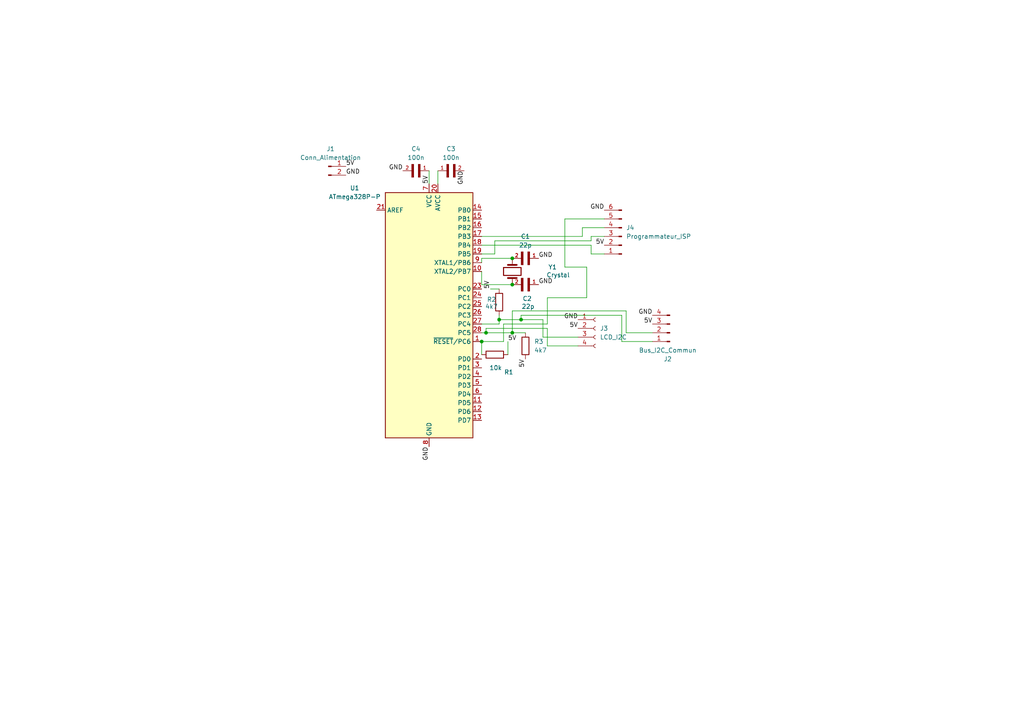
<source format=kicad_sch>
(kicad_sch (version 20250114) (generator "eeschema") (generator_version "9.0")
  (paper "A4")
  (lib_symbols
    (symbol "C0805F104K5RACTU:C0805F104K5RACTU" (pin_names (offset 1.016))
      (property "Reference" "C" (at 0 3.81 0))
      (property "Value" "C0805F104K5RACTU" (at 0 -5.08 0))
      (symbol "C0805F104K5RACTU_0_0"
        (rectangle (start 0 -1.905) (end 0.635 1.905) (stroke (width 0.1)) (fill (type outline)))
        (rectangle (start 1.905 -1.905) (end 2.54 1.905) (stroke (width 0.1)) (fill (type outline)))
        (pin passive line (at -2.54 0 0) (length 2.54) (name "~") (number "2"))
        (pin passive line (at 5.08 0 180) (length 2.54) (name "~") (number "1"))
      )
    )
    (symbol "Connector:Conn_01x02_Pin" (pin_names (offset 1.016) (hide yes))
      (property "Reference" "J" (at 0 2.54 0))
      (property "Value" "Conn_01x02_Pin" (at 0 -5.08 0))
      (symbol "Conn_01x02_Pin_1_1"
        (rectangle (start 0.8636 0.127) (end 0 -0.127) (stroke (width 0.1524)) (fill (type outline)))
        (rectangle (start 0.8636 -2.413) (end 0 -2.667) (stroke (width 0.1524)) (fill (type outline)))
        (polyline (pts (xy 1.27 0) (xy 0.8636 0)) (stroke (width 0.1524)))
        (polyline (pts (xy 1.27 -2.54) (xy 0.8636 -2.54)) (stroke (width 0.1524)))
        (pin passive line (at 5.08 0 180) (length 3.81) (name "Pin_1") (number "1"))
        (pin passive line (at 5.08 -2.54 180) (length 3.81) (name "Pin_2") (number "2"))
      )
    )
    (symbol "Connector:Conn_01x04_Pin" (pin_names (offset 1.016) (hide yes))
      (property "Reference" "J" (at 0 5.08 0))
      (property "Value" "Conn_01x04_Pin" (at 0 -7.62 0))
      (symbol "Conn_01x04_Pin_1_1"
        (rectangle (start 0.8636 2.667) (end 0 2.413) (stroke (width 0.1524)) (fill (type outline)))
        (rectangle (start 0.8636 0.127) (end 0 -0.127) (stroke (width 0.1524)) (fill (type outline)))
        (rectangle (start 0.8636 -2.413) (end 0 -2.667) (stroke (width 0.1524)) (fill (type outline)))
        (rectangle (start 0.8636 -4.953) (end 0 -5.207) (stroke (width 0.1524)) (fill (type outline)))
        (polyline (pts (xy 1.27 2.54) (xy 0.8636 2.54)) (stroke (width 0.1524)))
        (polyline (pts (xy 1.27 0) (xy 0.8636 0)) (stroke (width 0.1524)))
        (polyline (pts (xy 1.27 -2.54) (xy 0.8636 -2.54)) (stroke (width 0.1524)))
        (polyline (pts (xy 1.27 -5.08) (xy 0.8636 -5.08)) (stroke (width 0.1524)))
        (pin passive line (at 5.08 2.54 180) (length 3.81) (name "Pin_1") (number "1"))
        (pin passive line (at 5.08 0 180) (length 3.81) (name "Pin_2") (number "2"))
        (pin passive line (at 5.08 -2.54 180) (length 3.81) (name "Pin_3") (number "3"))
        (pin passive line (at 5.08 -5.08 180) (length 3.81) (name "Pin_4") (number "4"))
      )
    )
    (symbol "Connector:Conn_01x04_Socket" (pin_names (offset 1.016) (hide yes))
      (property "Reference" "J" (at 0 5.08 0))
      (property "Value" "Conn_01x04_Socket" (at 0 -7.62 0))
      (symbol "Conn_01x04_Socket_1_1"
        (polyline (pts (xy -1.27 2.54) (xy -0.508 2.54)) (stroke (width 0.1524)))
        (polyline (pts (xy -1.27 0) (xy -0.508 0)) (stroke (width 0.1524)))
        (polyline (pts (xy -1.27 -2.54) (xy -0.508 -2.54)) (stroke (width 0.1524)))
        (polyline (pts (xy -1.27 -5.08) (xy -0.508 -5.08)) (stroke (width 0.1524)))
        (arc (start 0 2.032) (mid -0.5058 2.54) (end 0 3.048) (stroke (width 0.1524)))
        (arc (start 0 -0.508) (mid -0.5058 0) (end 0 0.508) (stroke (width 0.1524)))
        (arc (start 0 -3.048) (mid -0.5058 -2.54) (end 0 -2.032) (stroke (width 0.1524)))
        (arc (start 0 -5.588) (mid -0.5058 -5.08) (end 0 -4.572) (stroke (width 0.1524)))
        (pin passive line (at -5.08 2.54 0) (length 3.81) (name "Pin_1") (number "1"))
        (pin passive line (at -5.08 0 0) (length 3.81) (name "Pin_2") (number "2"))
        (pin passive line (at -5.08 -2.54 0) (length 3.81) (name "Pin_3") (number "3"))
        (pin passive line (at -5.08 -5.08 0) (length 3.81) (name "Pin_4") (number "4"))
      )
    )
    (symbol "Connector:Conn_01x06_Pin" (pin_names (offset 1.016) (hide yes))
      (property "Reference" "J" (at 0 7.62 0))
      (property "Value" "Conn_01x06_Pin" (at 0 -10.16 0))
      (symbol "Conn_01x06_Pin_1_1"
        (rectangle (start 0.8636 5.207) (end 0 4.953) (stroke (width 0.1524)) (fill (type outline)))
        (rectangle (start 0.8636 2.667) (end 0 2.413) (stroke (width 0.1524)) (fill (type outline)))
        (rectangle (start 0.8636 0.127) (end 0 -0.127) (stroke (width 0.1524)) (fill (type outline)))
        (rectangle (start 0.8636 -2.413) (end 0 -2.667) (stroke (width 0.1524)) (fill (type outline)))
        (rectangle (start 0.8636 -4.953) (end 0 -5.207) (stroke (width 0.1524)) (fill (type outline)))
        (rectangle (start 0.8636 -7.493) (end 0 -7.747) (stroke (width 0.1524)) (fill (type outline)))
        (polyline (pts (xy 1.27 5.08) (xy 0.8636 5.08)) (stroke (width 0.1524)))
        (polyline (pts (xy 1.27 2.54) (xy 0.8636 2.54)) (stroke (width 0.1524)))
        (polyline (pts (xy 1.27 0) (xy 0.8636 0)) (stroke (width 0.1524)))
        (polyline (pts (xy 1.27 -2.54) (xy 0.8636 -2.54)) (stroke (width 0.1524)))
        (polyline (pts (xy 1.27 -5.08) (xy 0.8636 -5.08)) (stroke (width 0.1524)))
        (polyline (pts (xy 1.27 -7.62) (xy 0.8636 -7.62)) (stroke (width 0.1524)))
        (pin passive line (at 5.08 5.08 180) (length 3.81) (name "Pin_1") (number "1"))
        (pin passive line (at 5.08 2.54 180) (length 3.81) (name "Pin_2") (number "2"))
        (pin passive line (at 5.08 0 180) (length 3.81) (name "Pin_3") (number "3"))
        (pin passive line (at 5.08 -2.54 180) (length 3.81) (name "Pin_4") (number "4"))
        (pin passive line (at 5.08 -5.08 180) (length 3.81) (name "Pin_5") (number "5"))
        (pin passive line (at 5.08 -7.62 180) (length 3.81) (name "Pin_6") (number "6"))
      )
    )
    (symbol "Device:Crystal" (pin_numbers (hide yes)) (pin_names (offset 1.016) (hide yes))
      (property "Reference" "Y" (at 0 3.81 0))
      (property "Value" "Crystal" (at 0 -3.81 0))
      (symbol "Crystal_0_1"
        (polyline (pts (xy -2.54 0) (xy -1.905 0)))
        (polyline (pts (xy -1.905 -1.27) (xy -1.905 1.27)) (stroke (width 0.508)))
        (rectangle (start -1.143 2.54) (end 1.143 -2.54) (stroke (width 0.3048)))
        (polyline (pts (xy 1.905 -1.27) (xy 1.905 1.27)) (stroke (width 0.508)))
        (polyline (pts (xy 2.54 0) (xy 1.905 0)))
      )
      (symbol "Crystal_1_1"
        (pin passive line (at -3.81 0 0) (length 1.27) (name "1") (number "1"))
        (pin passive line (at 3.81 0 180) (length 1.27) (name "2") (number "2"))
      )
    )
    (symbol "Device:R" (pin_numbers (hide yes)) (pin_names (offset 0))
      (property "Reference" "R" (at 2.032 0 90))
      (property "Value" "R" (at 0 0 90))
      (symbol "R_0_1"
        (rectangle (start -1.016 -2.54) (end 1.016 2.54) (stroke (width 0.254)))
      )
      (symbol "R_1_1"
        (pin passive line (at 0 3.81 270) (length 1.27) (name "~") (number "1"))
        (pin passive line (at 0 -3.81 90) (length 1.27) (name "~") (number "2"))
      )
    )
    (symbol "MCU_Microchip_ATmega:ATmega328P-P"
      (property "Reference" "U" (at -12.7 36.83 0))
      (property "Value" "ATmega328P-P" (at 2.54 -36.83 0))
      (symbol "ATmega328P-P_0_1"
        (rectangle (start -12.7 -35.56) (end 12.7 35.56) (stroke (width 0.254)) (fill (type background)))
      )
      (symbol "ATmega328P-P_1_1"
        (pin passive line (at -15.24 30.48 0) (length 2.54) (name "AREF") (number "21"))
        (pin power_in line (at 0 38.1 270) (length 2.54) (name "VCC") (number "7"))
        (pin passive line (at 0 -38.1 90) (length 2.54) (hide yes) (name "GND") (number "22"))
        (pin power_in line (at 0 -38.1 90) (length 2.54) (name "GND") (number "8"))
        (pin power_in line (at 2.54 38.1 270) (length 2.54) (name "AVCC") (number "20"))
        (pin bidirectional line (at 15.24 30.48 180) (length 2.54) (name "PB0") (number "14"))
        (pin bidirectional line (at 15.24 27.94 180) (length 2.54) (name "PB1") (number "15"))
        (pin bidirectional line (at 15.24 25.4 180) (length 2.54) (name "PB2") (number "16"))
        (pin bidirectional line (at 15.24 22.86 180) (length 2.54) (name "PB3") (number "17"))
        (pin bidirectional line (at 15.24 20.32 180) (length 2.54) (name "PB4") (number "18"))
        (pin bidirectional line (at 15.24 17.78 180) (length 2.54) (name "PB5") (number "19"))
        (pin bidirectional line (at 15.24 15.24 180) (length 2.54) (name "XTAL1/PB6") (number "9"))
        (pin bidirectional line (at 15.24 12.7 180) (length 2.54) (name "XTAL2/PB7") (number "10"))
        (pin bidirectional line (at 15.24 7.62 180) (length 2.54) (name "PC0") (number "23"))
        (pin bidirectional line (at 15.24 5.08 180) (length 2.54) (name "PC1") (number "24"))
        (pin bidirectional line (at 15.24 2.54 180) (length 2.54) (name "PC2") (number "25"))
        (pin bidirectional line (at 15.24 0 180) (length 2.54) (name "PC3") (number "26"))
        (pin bidirectional line (at 15.24 -2.54 180) (length 2.54) (name "PC4") (number "27"))
        (pin bidirectional line (at 15.24 -5.08 180) (length 2.54) (name "PC5") (number "28"))
        (pin bidirectional line (at 15.24 -7.62 180) (length 2.54) (name "~{RESET}/PC6") (number "1"))
        (pin bidirectional line (at 15.24 -12.7 180) (length 2.54) (name "PD0") (number "2"))
        (pin bidirectional line (at 15.24 -15.24 180) (length 2.54) (name "PD1") (number "3"))
        (pin bidirectional line (at 15.24 -17.78 180) (length 2.54) (name "PD2") (number "4"))
        (pin bidirectional line (at 15.24 -20.32 180) (length 2.54) (name "PD3") (number "5"))
        (pin bidirectional line (at 15.24 -22.86 180) (length 2.54) (name "PD4") (number "6"))
        (pin bidirectional line (at 15.24 -25.4 180) (length 2.54) (name "PD5") (number "11"))
        (pin bidirectional line (at 15.24 -27.94 180) (length 2.54) (name "PD6") (number "12"))
        (pin bidirectional line (at 15.24 -30.48 180) (length 2.54) (name "PD7") (number "13"))
      )
    )
  )
  (junction (at 144.78 92.71))
  (junction (at 148.59 82.55))
  (junction (at 148.59 74.93))
  (junction (at 148.59 96.52))
  (junction (at 139.7 99.06))
  (junction (at 151.13 92.71))
  (junction (at 140.97 96.52))
  (wire (pts (xy 158.75 100.33) (xy 158.75 95.25)))
  (wire (pts (xy 139.7 99.06) (xy 146.05 99.06)))
  (wire (pts (xy 171.45 69.85) (xy 171.45 68.58)))
  (wire (pts (xy 168.91 68.58) (xy 168.91 66.04)))
  (wire (pts (xy 148.59 90.17) (xy 148.59 96.52)))
  (wire (pts (xy 144.78 92.71) (xy 144.78 93.98)))
  (wire (pts (xy 175.26 63.5) (xy 163.83 63.5)))
  (wire (pts (xy 170.18 77.47) (xy 170.18 86.36)))
  (wire (pts (xy 139.7 82.55) (xy 148.59 82.55)))
  (wire (pts (xy 163.83 63.5) (xy 163.83 77.47)))
  (wire (pts (xy 147.32 102.87) (xy 147.32 99.06)))
  (wire (pts (xy 144.78 83.82) (xy 142.24 83.82)))
  (wire (pts (xy 157.48 97.79) (xy 157.48 92.71)))
  (wire (pts (xy 158.75 93.98) (xy 146.05 93.98)))
  (wire (pts (xy 139.7 71.12) (xy 171.45 71.12)))
  (wire (pts (xy 127 49.53) (xy 127 53.34)))
  (wire (pts (xy 181.61 96.52) (xy 181.61 90.17)))
  (wire (pts (xy 139.7 93.98) (xy 144.78 93.98)))
  (wire (pts (xy 189.23 96.52) (xy 181.61 96.52)))
  (wire (pts (xy 148.59 96.52) (xy 152.4 96.52)))
  (wire (pts (xy 144.78 92.71) (xy 151.13 92.71)))
  (wire (pts (xy 139.7 76.2) (xy 139.7 74.93)))
  (wire (pts (xy 139.7 102.87) (xy 139.7 99.06)))
  (wire (pts (xy 139.7 78.74) (xy 139.7 82.55)))
  (wire (pts (xy 168.91 66.04) (xy 175.26 66.04)))
  (wire (pts (xy 140.97 96.52) (xy 148.59 96.52)))
  (wire (pts (xy 167.64 100.33) (xy 158.75 100.33)))
  (wire (pts (xy 158.75 95.25) (xy 140.97 95.25)))
  (wire (pts (xy 171.45 71.12) (xy 171.45 73.66)))
  (wire (pts (xy 139.7 96.52) (xy 140.97 96.52)))
  (wire (pts (xy 167.64 97.79) (xy 157.48 97.79)))
  (wire (pts (xy 181.61 90.17) (xy 148.59 90.17)))
  (wire (pts (xy 151.13 92.71) (xy 157.48 92.71)))
  (wire (pts (xy 124.46 49.53) (xy 124.46 53.34)))
  (wire (pts (xy 139.7 74.93) (xy 148.59 74.93)))
  (wire (pts (xy 170.18 86.36) (xy 158.75 86.36)))
  (wire (pts (xy 143.51 69.85) (xy 171.45 69.85)))
  (wire (pts (xy 144.78 91.44) (xy 144.78 92.71)))
  (wire (pts (xy 163.83 77.47) (xy 170.18 77.47)))
  (wire (pts (xy 151.13 91.44) (xy 151.13 92.71)))
  (wire (pts (xy 180.34 99.06) (xy 180.34 91.44)))
  (wire (pts (xy 171.45 73.66) (xy 175.26 73.66)))
  (wire (pts (xy 171.45 68.58) (xy 175.26 68.58)))
  (wire (pts (xy 140.97 95.25) (xy 140.97 96.52)))
  (wire (pts (xy 146.05 93.98) (xy 146.05 99.06)))
  (wire (pts (xy 139.7 68.58) (xy 168.91 68.58)))
  (wire (pts (xy 158.75 86.36) (xy 158.75 93.98)))
  (wire (pts (xy 139.7 73.66) (xy 143.51 73.66)))
  (wire (pts (xy 180.34 91.44) (xy 151.13 91.44)))
  (wire (pts (xy 143.51 73.66) (xy 143.51 69.85)))
  (wire (pts (xy 189.23 99.06) (xy 180.34 99.06)))
  (label "5V" (at 175.26 71.12 180))
  (label "GND" (at 134.62 49.53 270))
  (label "5V" (at 100.33 48.26 0))
  (label "GND" (at 175.26 60.96 180))
  (label "GND" (at 189.23 91.44 180))
  (label "GND" (at 167.64 92.71 180))
  (label "5V" (at 124.46 53.34 90))
  (label "GND" (at 124.46 129.54 270))
  (label "5V" (at 142.24 83.82 90))
  (label "5V" (at 147.32 99.06 0))
  (label "5V" (at 167.64 95.25 180))
  (label "5V" (at 189.23 93.98 180))
  (label "GND" (at 100.33 50.8 0))
  (label "5V" (at 152.4 104.14 270))
  (label "GND" (at 156.21 82.55 0))
  (label "GND" (at 156.21 74.93 0))
  (label "GND" (at 116.84 49.53 180))
  (symbol (lib_id "Connector:Conn_01x04_Pin") (at 194.31 96.52 180) (unit 1)
    (property "Reference" "J2" (at 193.675 104.14 0))
    (property "Value" "Bus_I2C_Commun" (at 193.675 101.6 0))
    (property "Footprint" "Connector_PinHeader_2.54mm:PinHeader_1x04_P2.54mm_Vertical" (effects (hide yes)))
    (property "Description" "Generic connector, single row, 01x04, script generated" (effects (hide yes)))
  )
  (symbol (lib_id "Connector:Conn_01x06_Pin") (at 180.34 68.58 180) (unit 1)
    (property "Reference" "J4" (at 181.61 66.0399 0) (effects (justify right)))
    (property "Value" "Programmateur_ISP" (at 181.61 68.5799 0) (effects (justify right)))
    (property "Footprint" "Connector_PinHeader_2.54mm:PinHeader_1x06_P2.54mm_Vertical" (effects (hide yes)))
    (property "Description" "Generic connector, single row, 01x06, script generated" (effects (hide yes)))
  )
  (symbol (lib_id "C0805F104K5RACTU:C0805F104K5RACTU") (at 132.08 49.53 180) (unit 1)
    (property "Reference" "C3" (at 130.81 43.18 0))
    (property "Value" "100n" (at 130.81 45.72 0))
    (property "Footprint" "Capacitor_THT:CP_Radial_D6.3mm_P2.50mm" (effects (hide yes)))
    (property "MF" "KEMET" (effects (hide yes)))
    (property "Description_1" "0805 C 100nF Ceramic Multilayer Capacitor, 50 VDC, +125degC, X7R Dielec, +/-10% | KEMET C0805F104K5RACTU" (effects (hide yes)))
    (property "Package" "0805 Kemet" (effects (hide yes)))
    (property "Price" "None" (effects (hide yes)))
    (property "SnapEDA_Link" "https://www.snapeda.com/parts/C0805F104K5RACTU/KEMET/view-part/?ref=snap" (effects (hide yes)))
    (property "MP" "C0805F104K5RACTU" (effects (hide yes)))
    (property "Availability" "In Stock" (effects (hide yes)))
    (property "Check_prices" "https://www.snapeda.com/parts/C0805F104K5RACTU/KEMET/view-part/?ref=eda" (effects (hide yes)))
  )
  (symbol (lib_id "C0805F104K5RACTU:C0805F104K5RACTU") (at 151.13 74.93 0) (unit 1)
    (property "Reference" "C1" (at 152.4 68.58 0))
    (property "Value" "22p" (at 152.4 71.12 0))
    (property "Footprint" "Capacitor_THT:CP_Radial_D5.0mm_P2.50mm" (effects (hide yes)))
    (property "MF" "KEMET" (effects (hide yes)))
    (property "Description_1" "0805 C 100nF Ceramic Multilayer Capacitor, 50 VDC, +125degC, X7R Dielec, +/-10% | KEMET C0805F104K5RACTU" (effects (hide yes)))
    (property "Package" "0805 Kemet" (effects (hide yes)))
    (property "Price" "None" (effects (hide yes)))
    (property "SnapEDA_Link" "https://www.snapeda.com/parts/C0805F104K5RACTU/KEMET/view-part/?ref=snap" (effects (hide yes)))
    (property "MP" "C0805F104K5RACTU" (effects (hide yes)))
    (property "Availability" "In Stock" (effects (hide yes)))
    (property "Check_prices" "https://www.snapeda.com/parts/C0805F104K5RACTU/KEMET/view-part/?ref=eda" (effects (hide yes)))
  )
  (symbol (lib_id "C0805F104K5RACTU:C0805F104K5RACTU") (at 151.13 82.55 0) (unit 1)
    (property "Reference" "C2" (at 152.908 86.614 0))
    (property "Value" "22p" (at 153.162 88.9 0))
    (property "Footprint" "Capacitor_THT:CP_Radial_D5.0mm_P2.50mm" (effects (hide yes)))
    (property "MF" "KEMET" (effects (hide yes)))
    (property "Description_1" "0805 C 100nF Ceramic Multilayer Capacitor, 50 VDC, +125degC, X7R Dielec, +/-10% | KEMET C0805F104K5RACTU" (effects (hide yes)))
    (property "Package" "0805 Kemet" (effects (hide yes)))
    (property "Price" "None" (effects (hide yes)))
    (property "SnapEDA_Link" "https://www.snapeda.com/parts/C0805F104K5RACTU/KEMET/view-part/?ref=snap" (effects (hide yes)))
    (property "MP" "C0805F104K5RACTU" (effects (hide yes)))
    (property "Availability" "In Stock" (effects (hide yes)))
    (property "Check_prices" "https://www.snapeda.com/parts/C0805F104K5RACTU/KEMET/view-part/?ref=eda" (effects (hide yes)))
  )
  (symbol (lib_id "MCU_Microchip_ATmega:ATmega328P-P") (at 124.46 91.44 0) (unit 1)
    (property "Reference" "U1" (at 102.87 54.5398 0))
    (property "Value" "ATmega328P-P" (at 102.87 57.0798 0))
    (property "Footprint" "Package_DIP:DIP-28_W7.62mm" (effects (hide yes)))
    (property "Datasheet" "http://ww1.microchip.com/downloads/en/DeviceDoc/ATmega328_P%20AVR%20MCU%20with%20picoPower%20Technology%20Data%20Sheet%2040001984A.pdf" (effects (hide yes)))
    (property "Description" "20MHz, 32kB Flash, 2kB SRAM, 1kB EEPROM, DIP-28" (effects (hide yes)))
  )
  (symbol (lib_id "Connector:Conn_01x02_Pin") (at 95.25 48.26 0) (unit 1)
    (property "Reference" "J1" (at 95.885 43.18 0))
    (property "Value" "Conn_Alimentation" (at 95.885 45.72 0))
    (property "Footprint" "Connector_PinHeader_2.54mm:PinHeader_1x02_P2.54mm_Vertical" (effects (hide yes)))
    (property "Description" "Generic connector, single row, 01x02, script generated" (effects (hide yes)))
  )
  (symbol (lib_id "Device:Crystal") (at 148.59 78.74 90) (unit 1)
    (property "Reference" "Y1" (at 159.004 77.47 90) (effects (justify right)))
    (property "Value" "Crystal" (at 158.496 79.756 90) (effects (justify right)))
    (property "Footprint" "Crystal:Crystal_HC49-U_Vertical" (effects (hide yes)))
    (property "Description" "Two pin crystal" (effects (hide yes)))
  )
  (symbol (lib_id "Connector:Conn_01x04_Socket") (at 172.72 95.25 0) (unit 1)
    (property "Reference" "J3" (at 173.99 95.2499 0) (effects (justify left)))
    (property "Value" "LCD_I2C" (at 173.99 97.7899 0) (effects (justify left)))
    (property "Footprint" "Connector_PinHeader_2.54mm:PinHeader_1x04_P2.54mm_Vertical" (effects (hide yes)))
    (property "Description" "Generic connector, single row, 01x04, script generated" (effects (hide yes)))
  )
  (symbol (lib_id "C0805F104K5RACTU:C0805F104K5RACTU") (at 119.38 49.53 0) (unit 1)
    (property "Reference" "C4" (at 120.65 43.18 0))
    (property "Value" "100n" (at 120.65 45.72 0))
    (property "Footprint" "Capacitor_THT:CP_Radial_D6.3mm_P2.50mm" (effects (hide yes)))
    (property "MF" "KEMET" (effects (hide yes)))
    (property "Description_1" "0805 C 100nF Ceramic Multilayer Capacitor, 50 VDC, +125degC, X7R Dielec, +/-10% | KEMET C0805F104K5RACTU" (effects (hide yes)))
    (property "Package" "0805 Kemet" (effects (hide yes)))
    (property "Price" "None" (effects (hide yes)))
    (property "SnapEDA_Link" "https://www.snapeda.com/parts/C0805F104K5RACTU/KEMET/view-part/?ref=snap" (effects (hide yes)))
    (property "MP" "C0805F104K5RACTU" (effects (hide yes)))
    (property "Availability" "In Stock" (effects (hide yes)))
    (property "Check_prices" "https://www.snapeda.com/parts/C0805F104K5RACTU/KEMET/view-part/?ref=eda" (effects (hide yes)))
  )
  (symbol (lib_id "Device:R") (at 143.51 102.87 270) (unit 1)
    (property "Reference" "R1" (at 147.574 107.95 90))
    (property "Value" "10k" (at 143.764 106.68 90))
    (property "Footprint" "Resistor_THT:R_Axial_DIN0207_L6.3mm_D2.5mm_P7.62mm_Horizontal" (effects (hide yes)))
    (property "Description" "Resistor" (effects (hide yes)))
  )
  (symbol (lib_id "Device:R") (at 152.4 100.33 0) (unit 1)
    (property "Reference" "R3" (at 154.94 99.0599 0) (effects (justify left)))
    (property "Value" "4k7" (at 154.94 101.5999 0) (effects (justify left)))
    (property "Footprint" "Resistor_THT:R_Axial_DIN0309_L9.0mm_D3.2mm_P12.70mm_Horizontal" (effects (hide yes)))
    (property "Description" "Resistor" (effects (hide yes)))
  )
  (symbol (lib_id "Device:R") (at 144.78 87.63 0) (unit 1)
    (property "Reference" "R2" (at 141.224 86.868 0) (effects (justify left)))
    (property "Value" "4k7" (at 140.716 88.9 0) (effects (justify left)))
    (property "Footprint" "Resistor_THT:R_Axial_DIN0309_L9.0mm_D3.2mm_P12.70mm_Horizontal" (effects (hide yes)))
    (property "Description" "Resistor" (effects (hide yes)))
  )
)
</source>
